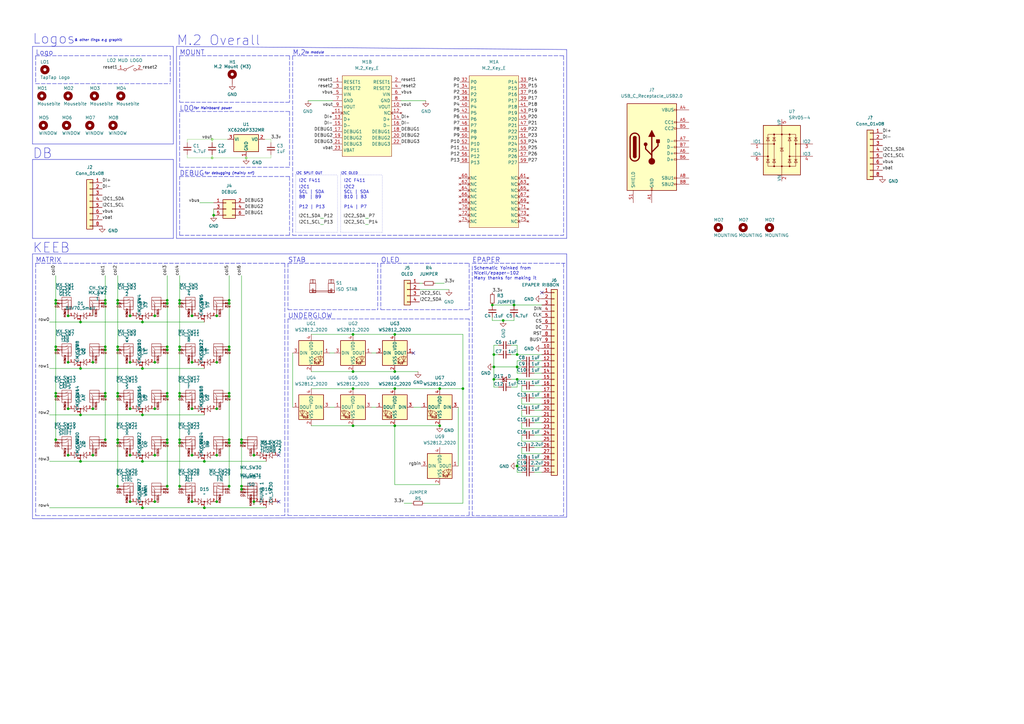
<source format=kicad_sch>
(kicad_sch (version 20211123) (generator eeschema)
  (paper "A3")
  (title_block (title "ISS: International Standard Split") (date "2022-03-25") (rev "1") (company "TapTap"))
  (junction (at 83.82 189.23))
  (junction (at 33.02 151.13))
  (junction (at 73.66 181.61))
  (junction (at 144.78 137.16))
  (junction (at 58.42 132.08))
  (junction (at 53.34 129.54))
  (junction (at 100.965 64.77) (diameter 0.9144) (color 141 210 114 1))
  (junction (at 48.26 142.24))
  (junction (at 104.14 205.74))
  (junction (at 161.925 152.4))
  (junction (at 63.5 129.54))
  (junction (at 33.02 170.18))
  (junction (at 201.93 125.095))
  (junction (at 68.58 162.56))
  (junction (at 93.98 181.61))
  (junction (at 48.26 199.39))
  (junction (at 212.09 191.135))
  (junction (at 68.58 161.29))
  (junction (at 73.66 124.46))
  (junction (at 63.5 205.74))
  (junction (at 58.42 189.23))
  (junction (at 73.66 162.56))
  (junction (at 93.98 143.51))
  (junction (at 33.02 132.08))
  (junction (at 48.26 181.61))
  (junction (at 93.98 161.29))
  (junction (at 202.565 150.495))
  (junction (at 33.02 189.23))
  (junction (at 87.63 88.265))
  (junction (at 38.1 148.59))
  (junction (at 88.9 148.59))
  (junction (at 93.98 123.19))
  (junction (at 93.98 180.34))
  (junction (at 86.995 57.15) (diameter 0.9144) (color 141 210 114 1))
  (junction (at 93.98 199.39))
  (junction (at 73.66 123.19))
  (junction (at 63.5 167.64))
  (junction (at 104.14 186.69))
  (junction (at 22.86 143.51))
  (junction (at 180.34 174.625))
  (junction (at 73.66 180.34))
  (junction (at 53.34 205.74))
  (junction (at 27.94 186.69))
  (junction (at 99.06 180.34))
  (junction (at 144.78 152.4))
  (junction (at 48.26 123.19))
  (junction (at 93.98 142.24))
  (junction (at 86.995 64.77) (diameter 0.9144) (color 141 210 114 1))
  (junction (at 22.86 123.19))
  (junction (at 48.26 161.29))
  (junction (at 27.94 167.64))
  (junction (at 22.86 180.34))
  (junction (at 83.82 208.28))
  (junction (at 43.18 142.24))
  (junction (at 68.58 142.24))
  (junction (at 58.42 208.28))
  (junction (at 68.58 199.39))
  (junction (at 88.9 205.74))
  (junction (at 180.34 159.385))
  (junction (at 210.82 125.095))
  (junction (at 161.925 174.625))
  (junction (at 189.865 159.385))
  (junction (at 202.565 155.575))
  (junction (at 78.74 167.64))
  (junction (at 63.5 148.59))
  (junction (at 48.26 143.51))
  (junction (at 73.66 143.51))
  (junction (at 63.5 186.69))
  (junction (at 144.78 174.625))
  (junction (at 48.26 124.46))
  (junction (at 73.66 161.29))
  (junction (at 53.34 148.59))
  (junction (at 38.1 167.64))
  (junction (at 99.06 199.39))
  (junction (at 206.375 131.445))
  (junction (at 212.09 150.495))
  (junction (at 144.78 159.385))
  (junction (at 88.9 129.54))
  (junction (at 68.58 180.34))
  (junction (at 78.74 148.59))
  (junction (at 68.58 181.61))
  (junction (at 43.18 143.51))
  (junction (at 48.26 162.56))
  (junction (at 73.66 199.39))
  (junction (at 27.94 129.54))
  (junction (at 38.1 186.69))
  (junction (at 22.86 124.46))
  (junction (at 73.66 142.24))
  (junction (at 27.94 148.59))
  (junction (at 78.74 205.74))
  (junction (at 78.74 186.69))
  (junction (at 161.925 159.385))
  (junction (at 212.09 155.575))
  (junction (at 78.74 129.54))
  (junction (at 53.34 167.64))
  (junction (at 22.86 161.29))
  (junction (at 22.86 162.56))
  (junction (at 99.06 181.61))
  (junction (at 68.58 123.19))
  (junction (at 43.18 180.34))
  (junction (at 93.98 162.56))
  (junction (at 43.18 124.46))
  (junction (at 58.42 170.18))
  (junction (at 212.09 145.415))
  (junction (at 58.42 151.13))
  (junction (at 93.98 124.46))
  (junction (at 48.26 180.34))
  (junction (at 99.06 200.66))
  (junction (at 43.18 123.19))
  (junction (at 202.565 145.415))
  (junction (at 68.58 124.46))
  (junction (at 88.9 167.64))
  (junction (at 88.9 186.69))
  (junction (at 43.18 161.29))
  (junction (at 161.925 137.16))
  (junction (at 68.58 143.51))
  (junction (at 53.34 186.69))
  (junction (at 22.86 142.24))
  (junction (at 43.18 162.56))
  (no_connect (at 169.545 144.78))
  (no_connect (at 222.25 120.015))
  (no_connect (at 114.3 205.74))
  (no_connect (at 114.3 186.69))
  (polyline (pts (xy 73.66 22.86) (xy 73.66 41.91)))
  (wire (pts (xy 202.565 155.575) (xy 204.47 155.575)))
  (wire (pts (xy 222.25 150.495) (xy 219.075 150.495)))
  (wire (pts (xy 20.32 189.23) (xy 33.02 189.23)))
  (wire (pts (xy 144.78 159.385) (xy 161.925 159.385)))
  (wire (pts (xy 152.4 144.78) (xy 154.305 144.78)))
  (polyline (pts (xy 118.745 68.58) (xy 73.66 68.58)))
  (polyline (pts (xy 118.745 96.52) (xy 73.66 96.52)))
  (wire (pts (xy 88.9 185.42) (xy 88.9 186.69)))
  (wire (pts (xy 48.26 143.51) (xy 48.26 161.29)))
  (wire (pts (xy 86.995 64.77) (xy 100.965 64.77)) (stroke (width 0) (color 141 210 114 1)))
  (polyline (pts (xy 156.21 107.95) (xy 192.405 107.95)))
  (wire (pts (xy 33.02 170.18) (xy 58.42 170.18)))
  (wire (pts (xy 172.085 116.205) (xy 173.355 116.205)))
  (polyline (pts (xy 73.66 68.58) (xy 73.66 45.72)))
  (polyline (pts (xy 69.85 22.86) (xy 69.85 34.29)))
  (wire (pts (xy 73.66 180.34) (xy 73.66 181.61)))
  (wire (pts (xy 86.995 57.15) (xy 93.345 57.15)) (stroke (width 0) (color 141 210 114 1)))
  (polyline (pts (xy 14.605 22.86) (xy 69.85 22.86)))
  (wire (pts (xy 43.18 113.03) (xy 43.18 123.19)))
  (wire (pts (xy 212.09 141.605) (xy 212.09 145.415)))
  (polyline (pts (xy 192.405 130.81) (xy 118.11 130.81)))
  (wire (pts (xy 68.58 113.03) (xy 68.58 123.19)))
  (polyline (pts (xy 156.21 107.95) (xy 156.21 127)))
  (wire (pts (xy 104.14 185.42) (xy 104.14 186.69)))
  (wire (pts (xy 213.995 193.675) (xy 212.09 193.675)))
  (wire (pts (xy 202.565 158.75) (xy 202.565 155.575)))
  (wire (pts (xy 43.18 162.56) (xy 43.18 180.34)))
  (wire (pts (xy 210.82 131.445) (xy 210.82 130.175)))
  (wire (pts (xy 209.55 158.75) (xy 212.09 158.75)))
  (polyline (pts (xy 156.21 127) (xy 192.405 127)))
  (wire (pts (xy 63.5 147.32) (xy 63.5 148.59)))
  (wire (pts (xy 93.98 162.56) (xy 93.98 180.34)))
  (polyline (pts (xy 71.12 19.05) (xy 71.12 59.055)) (stroke (width 0) (type solid)))
  (wire (pts (xy 22.86 113.03) (xy 22.86 123.19)))
  (polyline (pts (xy 13.335 212.725) (xy 13.335 104.14)) (stroke (width 0) (type solid)))
  (polyline (pts (xy 193.675 211.455) (xy 193.675 108.585)))
  (wire (pts (xy 178.435 116.205) (xy 182.245 116.205)))
  (polyline (pts (xy 139.7 95.25) (xy 156.845 95.25)) (stroke (width 0) (type dot)))
  (wire (pts (xy 38.1 147.32) (xy 38.1 148.59)))
  (polyline (pts (xy 72.39 19.05) (xy 232.41 20.32)) (stroke (width 0) (type solid)))
  (wire (pts (xy 212.09 193.675) (xy 212.09 191.135)))
  (polyline (pts (xy 72.39 19.05) (xy 72.39 97.79)) (stroke (width 0) (type solid)))
  (wire (pts (xy 73.66 162.56) (xy 73.66 180.34)))
  (wire (pts (xy 68.58 162.56) (xy 68.58 180.34)))
  (wire (pts (xy 22.86 161.29) (xy 22.86 162.56)))
  (wire (pts (xy 219.075 153.035) (xy 222.25 153.035)))
  (wire (pts (xy 213.995 170.815) (xy 222.25 170.815)))
  (polyline (pts (xy 192.405 211.455) (xy 192.405 130.81)))
  (polyline (pts (xy 14.605 22.86) (xy 14.605 34.29)))
  (polyline (pts (xy 73.66 45.72) (xy 118.745 45.72)))
  (wire (pts (xy 131.445 89.535) (xy 132.715 89.535)))
  (wire (pts (xy 99.06 180.34) (xy 99.06 181.61)))
  (wire (pts (xy 99.06 200.66) (xy 99.06 201.93)))
  (wire (pts (xy 58.42 189.23) (xy 83.82 189.23)))
  (wire (pts (xy 222.25 188.595) (xy 219.075 188.595)))
  (wire (pts (xy 222.25 191.135) (xy 219.075 191.135)))
  (wire (pts (xy 73.66 181.61) (xy 73.66 199.39)))
  (wire (pts (xy 109.22 208.28) (xy 83.82 208.28)))
  (wire (pts (xy 213.995 150.495) (xy 212.09 150.495)))
  (wire (pts (xy 93.98 123.19) (xy 93.98 124.46)))
  (wire (pts (xy 38.1 128.27) (xy 38.1 129.54)))
  (wire (pts (xy 202.565 141.605) (xy 202.565 145.415)))
  (wire (pts (xy 213.995 186.055) (xy 222.25 186.055)))
  (polyline (pts (xy 121.285 95.25) (xy 138.43 95.25)) (stroke (width 0) (type dot)))
  (wire (pts (xy 53.34 147.32) (xy 53.34 148.59)))
  (polyline (pts (xy 14.605 34.29) (xy 69.85 34.29)))
  (wire (pts (xy 93.98 161.29) (xy 93.98 162.56)))
  (wire (pts (xy 63.5 128.27) (xy 63.5 129.54)))
  (wire (pts (xy 78.74 185.42) (xy 78.74 186.69)))
  (wire (pts (xy 33.02 132.08) (xy 20.32 132.08)))
  (polyline (pts (xy 73.66 72.39) (xy 118.745 72.39)))
  (polyline (pts (xy 121.285 71.755) (xy 138.43 71.755)) (stroke (width 0) (type dot)))
  (polyline (pts (xy 156.845 95.25) (xy 156.845 71.755)) (stroke (width 0) (type dot)))
  (wire (pts (xy 135.255 144.78) (xy 137.16 144.78)))
  (wire (pts (xy 73.66 142.24) (xy 73.66 143.51)))
  (wire (pts (xy 127.635 159.385) (xy 144.78 159.385)))
  (wire (pts (xy 87.63 83.185) (xy 81.915 83.185)))
  (wire (pts (xy 212.09 145.415) (xy 222.25 145.415)))
  (polyline (pts (xy 231.14 211.455) (xy 193.675 211.455)))
  (wire (pts (xy 213.995 180.975) (xy 222.25 180.975)))
  (wire (pts (xy 161.925 137.16) (xy 189.865 137.16)))
  (wire (pts (xy 213.995 163.195) (xy 213.995 165.735)))
  (wire (pts (xy 149.86 92.075) (xy 151.13 92.075)))
  (polyline (pts (xy 139.7 71.755) (xy 139.7 95.25)) (stroke (width 0) (type dot)))
  (wire (pts (xy 212.09 155.575) (xy 209.55 155.575)))
  (wire (pts (xy 213.995 175.895) (xy 222.25 175.895)))
  (wire (pts (xy 22.86 143.51) (xy 22.86 161.29)))
  (wire (pts (xy 187.96 167.005) (xy 187.96 191.135)))
  (wire (pts (xy 222.25 163.195) (xy 219.075 163.195)))
  (wire (pts (xy 204.47 158.75) (xy 202.565 158.75)))
  (wire (pts (xy 53.34 128.27) (xy 53.34 129.54)))
  (wire (pts (xy 111.125 58.42) (xy 111.125 57.15)) (stroke (width 0) (color 141 210 114 1)))
  (polyline (pts (xy 154.94 107.95) (xy 154.94 127)))
  (wire (pts (xy 212.09 188.595) (xy 213.995 188.595)))
  (wire (pts (xy 206.375 131.445) (xy 210.82 131.445)))
  (wire (pts (xy 33.02 132.08) (xy 58.42 132.08)))
  (wire (pts (xy 22.86 180.34) (xy 22.86 181.61)))
  (polyline (pts (xy 71.12 97.79) (xy 13.335 97.79)) (stroke (width 0) (type solid)))
  (wire (pts (xy 213.995 160.655) (xy 222.25 160.655)))
  (wire (pts (xy 68.58 124.46) (xy 68.58 142.24)))
  (polyline (pts (xy 120.015 22.86) (xy 120.015 96.52)))
  (wire (pts (xy 212.09 147.955) (xy 212.09 150.495)))
  (wire (pts (xy 33.02 170.18) (xy 20.32 170.18)))
  (wire (pts (xy 83.82 208.28) (xy 58.42 208.28)))
  (wire (pts (xy 53.34 166.37) (xy 53.34 167.64)))
  (wire (pts (xy 43.18 124.46) (xy 43.18 142.24)))
  (wire (pts (xy 222.25 158.115) (xy 219.075 158.115)))
  (wire (pts (xy 48.26 161.29) (xy 48.26 162.56)))
  (polyline (pts (xy 232.41 104.14) (xy 232.41 212.09)) (stroke (width 0) (type solid)))
  (wire (pts (xy 99.06 199.39) (xy 99.06 200.66)))
  (wire (pts (xy 68.58 181.61) (xy 68.58 199.39)))
  (wire (pts (xy 180.34 198.755) (xy 161.925 198.755)))
  (polyline (pts (xy 120.015 96.52) (xy 231.14 96.52)))
  (wire (pts (xy 189.865 159.385) (xy 189.865 206.375)))
  (wire (pts (xy 173.99 206.375) (xy 189.865 206.375)))
  (polyline (pts (xy 116.84 107.95) (xy 116.84 211.455)))
  (wire (pts (xy 48.26 123.19) (xy 48.26 124.46)))
  (wire (pts (xy 73.66 161.29) (xy 73.66 162.56)))
  (wire (pts (xy 88.9 128.27) (xy 88.9 129.54)))
  (wire (pts (xy 43.18 161.29) (xy 43.18 162.56)))
  (wire (pts (xy 201.93 130.175) (xy 201.93 131.445)))
  (wire (pts (xy 33.02 151.13) (xy 20.32 151.13)))
  (wire (pts (xy 48.26 162.56) (xy 48.26 180.34)))
  (polyline (pts (xy 13.335 97.79) (xy 13.335 65.405)) (stroke (width 0) (type solid)))
  (wire (pts (xy 100.965 64.77) (xy 111.125 64.77)) (stroke (width 0) (color 141 210 114 1)))
  (polyline (pts (xy 13.335 19.05) (xy 71.12 19.05)) (stroke (width 0) (type solid)))
  (wire (pts (xy 127.635 137.16) (xy 144.78 137.16)))
  (wire (pts (xy 144.78 137.16) (xy 161.925 137.16)))
  (polyline (pts (xy 118.745 45.72) (xy 118.745 68.58)))
  (wire (pts (xy 169.545 167.005) (xy 172.72 167.005)))
  (wire (pts (xy 93.98 113.03) (xy 93.98 123.19)))
  (wire (pts (xy 48.26 113.03) (xy 48.26 123.19)))
  (wire (pts (xy 33.02 151.13) (xy 58.42 151.13)))
  (wire (pts (xy 202.565 145.415) (xy 202.565 150.495)))
  (polyline (pts (xy 121.285 71.755) (xy 121.285 95.25)) (stroke (width 0) (type dot)))
  (wire (pts (xy 201.93 131.445) (xy 206.375 131.445)))
  (polyline (pts (xy 13.335 104.14) (xy 232.41 104.14)) (stroke (width 0) (type solid)))
  (wire (pts (xy 43.18 143.51) (xy 43.18 161.29)))
  (wire (pts (xy 210.82 125.095) (xy 222.25 125.095)))
  (wire (pts (xy 22.86 124.46) (xy 22.86 142.24)))
  (polyline (pts (xy 193.675 107.95) (xy 231.775 107.95)))
  (wire (pts (xy 201.93 125.095) (xy 210.82 125.095)))
  (polyline (pts (xy 73.66 41.91) (xy 118.745 41.91)))
  (wire (pts (xy 168.91 206.375) (xy 165.735 206.375)))
  (polyline (pts (xy 118.11 211.455) (xy 192.405 211.455)))
  (wire (pts (xy 76.835 57.15) (xy 86.995 57.15)) (stroke (width 0) (color 141 210 114 1)))
  (wire (pts (xy 204.47 145.415) (xy 202.565 145.415)))
  (wire (pts (xy 58.42 208.28) (xy 20.32 208.28)))
  (wire (pts (xy 131.445 92.075) (xy 132.715 92.075)))
  (wire (pts (xy 212.09 150.495) (xy 212.09 153.035)))
  (wire (pts (xy 48.26 181.61) (xy 48.26 199.39)))
  (wire (pts (xy 212.09 158.75) (xy 212.09 155.575)))
  (wire (pts (xy 222.25 168.275) (xy 219.075 168.275)))
  (wire (pts (xy 213.995 147.955) (xy 212.09 147.955)))
  (wire (pts (xy 48.26 199.39) (xy 48.26 200.66)))
  (wire (pts (xy 222.25 155.575) (xy 212.09 155.575)))
  (wire (pts (xy 172.085 118.745) (xy 184.15 118.745)))
  (wire (pts (xy 78.74 204.47) (xy 78.74 205.74)))
  (wire (pts (xy 108.585 57.15) (xy 111.125 57.15)) (stroke (width 0) (color 141 210 114 1)))
  (wire (pts (xy 212.09 191.135) (xy 212.09 188.595)))
  (wire (pts (xy 48.26 124.46) (xy 48.26 142.24)))
  (wire (pts (xy 161.925 152.4) (xy 171.45 152.4)))
  (polyline (pts (xy 231.14 22.86) (xy 120.015 22.86)))
  (wire (pts (xy 222.25 178.435) (xy 219.075 178.435)))
  (wire (pts (xy 86.995 58.42) (xy 86.995 57.15)) (stroke (width 0) (color 141 210 114 1)))
  (wire (pts (xy 76.835 58.42) (xy 76.835 57.15)) (stroke (width 0) (color 141 210 114 1)))
  (wire (pts (xy 202.565 150.495) (xy 202.565 155.575)))
  (wire (pts (xy 78.74 147.32) (xy 78.74 148.59)))
  (wire (pts (xy 73.66 123.19) (xy 73.66 124.46)))
  (wire (pts (xy 213.995 178.435) (xy 213.995 180.975)))
  (wire (pts (xy 93.98 124.46) (xy 93.98 142.24)))
  (polyline (pts (xy 192.405 107.95) (xy 192.405 127)))
  (wire (pts (xy 93.98 181.61) (xy 93.98 199.39)))
  (wire (pts (xy 204.47 141.605) (xy 202.565 141.605)))
  (wire (pts (xy 73.66 143.51) (xy 73.66 161.29)))
  (wire (pts (xy 209.55 141.605) (xy 212.09 141.605)))
  (polyline (pts (xy 118.11 127) (xy 154.94 127)))
  (wire (pts (xy 76.835 64.77) (xy 86.995 64.77)) (stroke (width 0) (color 141 210 114 1)))
  (wire (pts (xy 213.995 173.355) (xy 213.995 175.895)))
  (wire (pts (xy 149.86 89.535) (xy 151.13 89.535)))
  (wire (pts (xy 127.635 152.4) (xy 144.78 152.4)))
  (wire (pts (xy 87.63 85.725) (xy 87.63 88.265)))
  (wire (pts (xy 88.9 166.37) (xy 88.9 167.64)))
  (polyline (pts (xy 71.12 59.055) (xy 13.335 59.055)) (stroke (width 0) (type solid)))
  (wire (pts (xy 48.26 142.24) (xy 48.26 143.51)))
  (wire (pts (xy 43.18 180.34) (xy 43.18 181.61)))
  (wire (pts (xy 73.66 124.46) (xy 73.66 142.24)))
  (polyline (pts (xy 118.11 130.81) (xy 118.11 211.455)))
  (polyline (pts (xy 13.335 59.055) (xy 13.335 19.05)) (stroke (width 0) (type solid)))
  (wire (pts (xy 93.98 180.34) (xy 93.98 181.61)))
  (wire (pts (xy 68.58 161.29) (xy 68.58 162.56)))
  (wire (pts (xy 58.42 170.18) (xy 83.82 170.18)))
  (wire (pts (xy 88.9 147.32) (xy 88.9 148.59)))
  (wire (pts (xy 27.94 128.27) (xy 27.94 129.54)))
  (wire (pts (xy 93.98 199.39) (xy 93.98 200.66)))
  (wire (pts (xy 68.58 123.19) (xy 68.58 124.46)))
  (wire (pts (xy 27.94 166.37) (xy 27.94 167.64)))
  (wire (pts (xy 63.5 204.47) (xy 63.5 205.74)))
  (polyline (pts (xy 118.745 72.39) (xy 118.745 96.52)))
  (wire (pts (xy 161.925 174.625) (xy 180.34 174.625)))
  (wire (pts (xy 63.5 185.42) (xy 63.5 186.69)))
  (wire (pts (xy 27.94 147.32) (xy 27.94 148.59)))
  (wire (pts (xy 152.4 167.005) (xy 154.305 167.005)))
  (wire (pts (xy 68.58 199.39) (xy 68.58 200.66)))
  (wire (pts (xy 68.58 180.34) (xy 68.58 181.61)))
  (wire (pts (xy 213.995 168.275) (xy 213.995 170.815)))
  (polyline (pts (xy 72.39 97.79) (xy 232.41 97.79)) (stroke (width 0) (type solid)))
  (wire (pts (xy 222.25 147.955) (xy 219.075 147.955)))
  (wire (pts (xy 53.34 185.42) (xy 53.34 186.69)))
  (wire (pts (xy 212.09 150.495) (xy 202.565 150.495)))
  (wire (pts (xy 93.98 143.51) (xy 93.98 161.29)))
  (wire (pts (xy 43.18 142.24) (xy 43.18 143.51)))
  (wire (pts (xy 83.82 189.23) (xy 109.22 189.23)))
  (wire (pts (xy 68.58 143.51) (xy 68.58 161.29)))
  (wire (pts (xy 22.86 162.56) (xy 22.86 180.34)))
  (wire (pts (xy 88.9 204.47) (xy 88.9 205.74)))
  (wire (pts (xy 99.06 181.61) (xy 99.06 199.39)))
  (wire (pts (xy 73.66 113.03) (xy 73.66 123.19)))
  (wire (pts (xy 38.1 185.42) (xy 38.1 186.69)))
  (wire (pts (xy 22.86 142.24) (xy 22.86 143.51)))
  (polyline (pts (xy 71.12 65.405) (xy 71.12 97.79)) (stroke (width 0) (type solid)))
  (wire (pts (xy 78.74 128.27) (xy 78.74 129.54)))
  (wire (pts (xy 144.78 152.4) (xy 161.925 152.4)))
  (wire (pts (xy 164.465 41.275) (xy 174.625 41.275)))
  (wire (pts (xy 126.365 41.275) (xy 136.525 41.275)))
  (wire (pts (xy 127.635 174.625) (xy 144.78 174.625)))
  (wire (pts (xy 209.55 145.415) (xy 212.09 145.415)))
  (polyline (pts (xy 118.745 22.86) (xy 118.745 41.91)))
  (wire (pts (xy 104.14 204.47) (xy 104.14 205.74)))
  (wire (pts (xy 78.74 166.37) (xy 78.74 167.64)))
  (wire (pts (xy 99.06 113.03) (xy 99.06 180.34)))
  (wire (pts (xy 135.255 167.005) (xy 137.16 167.005)))
  (polyline (pts (xy 232.41 212.09) (xy 13.335 212.725)) (stroke (width 0) (type solid)))
  (wire (pts (xy 212.09 153.035) (xy 213.995 153.035)))
  (polyline (pts (xy 14.605 107.95) (xy 14.605 211.455)))
  (wire (pts (xy 86.995 63.5) (xy 86.995 64.77)) (stroke (width 0) (color 141 210 114 1)))
  (polyline (pts (xy 118.11 107.95) (xy 154.94 107.95)))
  (wire (pts (xy 222.25 183.515) (xy 219.075 183.515)))
  (polyline (pts (xy 13.335 65.405) (xy 71.12 65.405)) (stroke (width 0) (type solid)))
  (wire (pts (xy 76.835 63.5) (xy 76.835 64.77)) (stroke (width 0) (color 141 210 114 1)))
  (polyline (pts (xy 118.11 107.95) (xy 118.11 127)))
  (wire (pts (xy 144.78 174.625) (xy 161.925 174.625)))
  (wire (pts (xy 22.86 123.19) (xy 22.86 124.46)))
  (wire (pts (xy 213.995 165.735) (xy 222.25 165.735)))
  (wire (pts (xy 48.26 180.34) (xy 48.26 181.61)))
  (wire (pts (xy 43.18 123.19) (xy 43.18 124.46)))
  (wire (pts (xy 180.34 159.385) (xy 189.865 159.385)))
  (polyline (pts (xy 73.66 96.52) (xy 73.66 72.39)))
  (polyline (pts (xy 139.7 71.755) (xy 156.845 71.755)) (stroke (width 0) (type dot)))
  (wire (pts (xy 27.94 185.42) (xy 27.94 186.69)))
  (polyline (pts (xy 231.14 107.95) (xy 231.14 211.455)))
  (wire (pts (xy 73.66 199.39) (xy 73.66 200.66)))
  (polyline (pts (xy 232.41 20.32) (xy 232.41 97.79)) (stroke (width 0) (type solid)))
  (wire (pts (xy 213.995 183.515) (xy 213.995 186.055)))
  (wire (pts (xy 111.125 63.5) (xy 111.125 64.77)) (stroke (width 0) (color 141 210 114 1)))
  (wire (pts (xy 53.34 204.47) (xy 53.34 205.74)))
  (wire (pts (xy 104.14 205.74) (xy 104.14 207.01)))
  (polyline (pts (xy 138.43 95.25) (xy 138.43 71.755)) (stroke (width 0) (type dot)))
  (polyline (pts (xy 118.745 22.86) (xy 73.66 22.86)))
  (wire (pts (xy 93.98 142.24) (xy 93.98 143.51)))
  (wire (pts (xy 222.25 173.355) (xy 219.075 173.355)))
  (wire (pts (xy 58.42 132.08) (xy 83.82 132.08)))
  (wire (pts (xy 38.1 166.37) (xy 38.1 167.64)))
  (wire (pts (xy 189.865 159.385) (xy 189.865 137.16)))
  (polyline (pts (xy 14.605 107.95) (xy 116.84 107.95)))
  (wire (pts (xy 161.925 159.385) (xy 180.34 159.385)))
  (polyline (pts (xy 231.14 22.86) (xy 231.14 96.52)))
  (wire (pts (xy 213.995 191.135) (xy 212.09 191.135)))
  (wire (pts (xy 213.995 158.115) (xy 213.995 160.655)))
  (wire (pts (xy 161.925 174.625) (xy 161.925 198.755)))
  (wire (pts (xy 222.25 193.675) (xy 219.075 193.675)))
  (wire (pts (xy 68.58 142.24) (xy 68.58 143.51)))
  (wire (pts (xy 58.42 151.13) (xy 83.82 151.13)))
  (polyline (pts (xy 14.605 211.455) (xy 116.84 211.455)))
  (wire (pts (xy 120.015 144.78) (xy 120.015 167.005)))
  (wire (pts (xy 33.02 189.23) (xy 58.42 189.23)))
  (wire (pts (xy 63.5 166.37) (xy 63.5 167.64)))
  (text "Logos\n" (at 13.335 18.415 0) (effects (font (size 4 4)) (justify left bottom)))
  (text "I2C F411" (at 140.97 74.93 0) (effects (font (size 1.27 1.27)) (justify left bottom)))
  (text "KEEB" (at 13.335 104.14 0) (effects (font (size 4 4)) (justify left bottom)))
  (text "M.2 Overall" (at 72.39 19.05 0) (effects (font (size 4 4)) (justify left bottom)))
  (text "I2C F411" (at 122.555 74.93 0) (effects (font (size 1.27 1.27)) (justify left bottom)))
  (text "for Mainboard power" (at 79.375 45.085 0) (effects (font (size 1 1) italic) (justify left bottom)))
  (text "& other tings e.g graphic" (at 30.48 17.145 0) (effects (font (size 1 1) italic) (justify left bottom)))
  (text "I2C2\nSCL | SDA\nB10 | B3\n\nP14 | P7" (at 140.97 85.725 0) (effects (font (size 1.27 1.27)) (justify left bottom)))
  (text "MATRIX" (at 14.605 107.95 0) (effects (font (size 2 2)) (justify left bottom)))
  (text "for debugging (mainly nrf)" (at 83.82 71.755 0) (effects (font (size 1 1) italic) (justify left bottom)))
  (text "OLED" (at 156.21 107.95 0) (effects (font (size 2 2)) (justify left bottom)))
  (text "I2C OLED" (at 139.7 71.755 0) (effects (font (size 1 1)) (justify left bottom)))
  (text "M.2" (at 120.015 22.86 0) (effects (font (size 2 2)) (justify left bottom)))
  (text "I2C SPLIT OUT" (at 121.285 71.755 0) (effects (font (size 1 1)) (justify left bottom)))
  (text "I2C1\nSCL | SDA\nB8  | B9\n\nP12 | P13" (at 122.555 85.725 0) (effects (font (size 1.27 1.27)) (justify left bottom)))
  (text "DEBUG" (at 73.66 72.39 0) (effects (font (size 2 2)) (justify left bottom)))
  (text "STAB" (at 118.11 107.95 0) (effects (font (size 2 2)) (justify left bottom)))
  (text "MOUNT" (at 73.66 22.86 0) (effects (font (size 2 2)) (justify left bottom)))
  (text "LDO" (at 73.66 45.72 0) (effects (font (size 2 2)) (justify left bottom)))
  (text "to module" (at 125.095 22.225 0) (effects (font (size 1 1) italic) (justify left bottom)))
  (text "Logo" (at 14.605 22.86 0) (effects (font (size 2 2)) (justify left bottom)))
  (text "Schematic Yoinked from\nNicell/epaper-102\nMany thanks for making it" (at 194.31 114.935 0) (effects (font (size 1.27 1.27)) (justify left bottom)))
  (text "DB" (at 13.335 65.405 0) (effects (font (size 4 4)) (justify left bottom)))
  (text "UNDERGLOW" (at 118.11 130.81 0) (effects (font (size 2 2)) (justify left bottom)))
  (text "EPAPER" (at 193.675 107.95 0) (effects (font (size 2 2)) (justify left bottom)))
  (label "vbat" (at 136.525 61.595 180))
  (label "P7" (at 151.13 89.535 0))
  (label "DEBUG1" (at 100.33 88.265 0))
  (label "row2" (at 20.32 170.18 180))
  (label "DI+" (at 361.95 54.61 0))
  (label "vout" (at 86.995 57.15 180))
  (label "3.3v" (at 182.245 116.205 0))
  (label "P3" (at 188.595 41.275 180))
  (label "P26" (at 216.535 64.135 0))
  (label "DEBUG1" (at 136.525 53.975 180))
  (label "3.3v" (at 201.93 120.015 0))
  (label "P6" (at 188.595 48.895 180))
  (label "DEBUG3" (at 164.465 59.055 0))
  (label "P13" (at 132.715 92.075 0))
  (label "DIN" (at 222.25 127.635 180))
  (label "col3" (at 68.58 113.03 90))
  (label "RST" (at 222.25 137.795 180))
  (label "P9" (at 188.595 56.515 180))
  (label "3.3v" (at 165.735 206.375 180))
  (label "I2C2_SDA" (at 172.085 123.825 0))
  (label "DI+" (at 136.525 48.895 180))
  (label "reset2" (at 164.465 36.195 0))
  (label "row4" (at 20.32 208.28 180))
  (label "P13" (at 188.595 66.675 180))
  (label "I2C1_SDA" (at 131.445 89.535 180))
  (label "DI+" (at 41.91 74.93 0))
  (label "P0" (at 188.595 33.655 180))
  (label "col6" (at 99.06 113.03 90))
  (label "P10" (at 188.595 59.055 180))
  (label "DEBUG3" (at 100.33 83.185 0))
  (label "row0" (at 20.32 132.08 180))
  (label "vbat" (at 361.95 69.85 0))
  (label "col2" (at 48.26 113.03 90))
  (label "P12" (at 132.715 89.535 0))
  (label "DEBUG2" (at 100.33 85.725 0))
  (label "vbus" (at 361.95 67.31 0))
  (label "CS" (at 222.25 132.715 180))
  (label "3.3v" (at 111.125 57.15 0))
  (label "BUSY" (at 222.25 140.335 180))
  (label "P27" (at 216.535 66.675 0))
  (label "DI-" (at 136.525 51.435 180))
  (label "reset1" (at 48.26 28.575 180))
  (label "P20" (at 216.535 48.895 0))
  (label "I2C1_SCL" (at 41.91 85.09 0))
  (label "vbat" (at 41.91 90.17 0))
  (label "P4" (at 188.595 43.815 180))
  (label "DEBUG3" (at 136.525 59.055 180))
  (label "P12" (at 188.595 64.135 180))
  (label "P19" (at 216.535 46.355 0))
  (label "I2C2_SCL" (at 149.86 92.075 180))
  (label "row1" (at 20.32 151.13 180))
  (label "col5" (at 93.98 113.03 90))
  (label "DEBUG2" (at 164.465 56.515 0))
  (label "vbus" (at 81.915 83.185 180))
  (label "P21" (at 216.535 51.435 0))
  (label "P14" (at 216.535 33.655 0))
  (label "reset2" (at 58.42 28.575 0))
  (label "DI-" (at 164.465 51.435 0))
  (label "P18" (at 216.535 43.815 0))
  (label "P17" (at 216.535 41.275 0))
  (label "CLK" (at 222.25 130.175 180))
  (label "vbus" (at 164.465 38.735 0))
  (label "reset1" (at 136.525 33.655 180))
  (label "P8" (at 188.595 53.975 180))
  (label "P24" (at 216.535 59.055 0))
  (label "P22" (at 216.535 53.975 0))
  (label "row3" (at 20.32 189.23 180))
  (label "P7" (at 188.595 51.435 180))
  (label "DC" (at 222.25 135.255 180))
  (label "I2C1_SCL" (at 361.95 64.77 0))
  (label "DI+" (at 164.465 48.895 0))
  (label "col4" (at 73.66 113.03 90))
  (label "col1" (at 43.18 113.03 90))
  (label "P14" (at 151.13 92.075 0))
  (label "I2C1_SCL" (at 131.445 92.075 180))
  (label "P25" (at 216.535 61.595 0))
  (label "P11" (at 188.595 61.595 180))
  (label "vout" (at 164.465 43.815 0))
  (label "I2C1_SDA" (at 361.95 62.23 0))
  (label "vout" (at 136.525 43.815 180))
  (label "reset1" (at 164.465 33.655 0))
  (label "col0" (at 22.86 113.03 90))
  (label "DI-" (at 41.91 77.47 0))
  (label "I2C1_SDA" (at 41.91 82.55 0))
  (label "P16" (at 216.535 38.735 0))
  (label "DEBUG1" (at 164.465 53.975 0))
  (label "I2C2_SCL" (at 172.085 121.285 0))
  (label "rgbin" (at 172.72 191.135 180))
  (label "reset2" (at 136.525 36.195 180))
  (label "P1" (at 188.595 36.195 180))
  (label "vbus" (at 136.525 38.735 180))
  (label "P23" (at 216.535 56.515 0))
  (label "I2C2_SDA" (at 149.86 89.535 180))
  (label "vbus" (at 41.91 87.63 0))
  (label "DEBUG2" (at 136.525 56.515 180))
  (label "P2" (at 188.595 38.735 180))
  (label "DI-" (at 361.95 57.15 0))
  (label "P5" (at 188.595 46.355 180))
  (label "P15" (at 216.535 36.195 0))
  (symbol (lib_id "Mechanical:MountingHole") (at 27.305 51.435 0) (unit 1)
    (property "Reference" "MO6" (at 25.4 48.26 0) (effects (justify left)))
    (property "Value" "WINDOW" (at 25.4 54.61 0) (effects (justify left)))
    (property "Footprint" "MountingHole:MountingHole_2.2mm_M2_Pad" (effects hide))
  )
  (symbol (lib_id "Connector_Generic:Conn_02x03_Odd_Even") (at 92.71 85.725 0) (unit 1)
    (property "Reference" "J4" (at 93.98 76.2 0))
    (property "Value" "DEBUG" (at 93.98 78.74 0))
    (property "Footprint" "Connector_PinSocket_2.54mm:PinSocket_2x03_P2.54mm_Vertical" (effects hide))
  )
  (symbol (lib_id "power:GND") (at 41.91 92.71 0) (unit 1)
    (property "Reference" "#PWR0101" (effects hide))
    (property "Value" "GND" (at 46.355 94.615 0))
  )
  (symbol (lib_id "MX_Alps_Hybrid:MX-NoLED") (at 52.07 125.73 0) (mirror y) (unit 1)
    (property "Reference" "CH_SW3" (at 52.07 118.11 0))
    (property "Value" "2" (at 52.07 120.65 0))
    (property "Footprint" "marbastlib-choc:SW_choc_HS_1u" (effects hide))
  )
  (symbol (lib_id "marbastlib-various:BAV70_Small") (at 58.42 186.69 0) (unit 1)
    (property "Reference" "D11" (at 58.42 181.61 0))
    (property "Value" "~" (at 58.42 183.515 0))
    (property "Footprint" "Package_TO_SOT_SMD:SOT-23" (effects hide))
    (property "Datasheet" "https://assets.nexperia.com/documents/data-sheet/BAV70_SER.pdf" (effects hide))
  )
  (symbol (lib_id "MX_Alps_Hybrid:MX-NoLED") (at 39.37 143.51 90) (mirror x) (unit 1)
    (property "Reference" "MX_SW8" (at 31.75 143.51 0))
    (property "Value" "Q" (at 34.29 143.51 0))
    (property "Footprint" "marbastlib-mx:SW_MX_HS_1u" (effects hide))
  )
  (symbol (lib_id "power:GND") (at 100.965 64.77 0) (unit 1)
    (property "Reference" "#PWR06" (effects hide))
    (property "Value" "GND" (at 105.41 66.675 0))
  )
  (symbol (lib_id "MX_Alps_Hybrid:MX-NoLED") (at 26.67 144.78 0) (mirror y) (unit 1)
    (property "Reference" "CH_SW7" (at 26.67 137.16 0))
    (property "Value" "TAB" (at 26.67 139.7 0))
    (property "Footprint" "marbastlib-choc:SW_choc_HS_1u" (effects hide))
  )
  (symbol (lib_id "power:GND") (at 87.63 88.265 0) (unit 1)
    (property "Reference" "#PWR010" (effects hide))
    (property "Value" "GND" (at 87.63 92.71 0))
  )
  (symbol (lib_id "Device:C_Small") (at 216.535 163.195 90) (unit 1)
    (property "Reference" "C13" (at 213.995 161.925 90))
    (property "Value" "1uF" (at 219.71 161.925 90))
    (property "Footprint" "Capacitor_SMD:C_0402_1005Metric" (effects hide))
    (property "LCSC" "C52923" (effects hide))
  )
  (symbol (lib_id "marbastlib-various:WS2812_2020") (at 144.78 144.78 0) (unit 1)
    (property "Reference" "UG2" (at 144.78 132.715 0))
    (property "Value" "WS2812_2020" (at 144.78 135.255 0))
    (property "Footprint" "marbastlib-various:LED_WS2812_2020" (effects hide))
    (property "Datasheet" "https://www.world-semi.com/DownLoadFile/139" (effects hide))
  )
  (symbol (lib_id "MX_Alps_Hybrid:MX-NoLED") (at 39.37 125.73 90) (mirror x) (unit 1)
    (property "Reference" "CH_SW2" (at 40.3157 118.11 90))
    (property "Value" "1" (at 40.3157 120.65 90))
    (property "Footprint" "marbastlib-choc:SW_choc_HS_1u" (effects hide))
  )
  (symbol (lib_id "Device:R_Small") (at 201.93 122.555 180) (unit 1)
    (property "Reference" "R3" (at 203.835 121.2849 0) (effects (justify right)))
    (property "Value" "JUMPER" (at 203.835 123.8249 0) (effects (justify right)))
    (property "Footprint" "Resistor_SMD:R_0805_2012Metric" (effects hide))
  )
  (symbol (lib_name "M.2_Key_E_1") (lib_id "m2ngff:M.2_Key_E") (at 150.495 31.115 0) (unit 2)
    (property "Reference" "M1" (at 150.495 25.4 0))
    (property "Value" "M.2_Key_E" (at 150.495 27.94 0))
    (property "Footprint" "m2ngff:m2-bracket-key-e" (effects hide))
  )
  (symbol (lib_id "marbastlib-various:BAV70_Small") (at 83.82 129.54 0) (unit 1)
    (property "Reference" "D3" (at 83.82 124.46 0))
    (property "Value" "~" (at 83.82 126.365 0))
    (property "Footprint" "Package_TO_SOT_SMD:SOT-23" (effects hide))
    (property "Datasheet" "https://assets.nexperia.com/documents/data-sheet/BAV70_SER.pdf" (effects hide))
  )
  (symbol (lib_id "MX_Alps_Hybrid:MX-NoLED") (at 39.37 182.88 90) (mirror x) (unit 1)
    (property "Reference" "CH_SW20" (at 31.75 182.88 0))
    (property "Value" "Z" (at 34.29 182.88 0))
    (property "Footprint" "marbastlib-choc:SW_choc_HS_1u" (effects hide))
  )
  (symbol (lib_id "MX_Alps_Hybrid:MX-NoLED") (at 90.17 181.61 90) (mirror x) (unit 1)
    (property "Reference" "MX_SW24" (at 82.55 181.61 0))
    (property "Value" "B" (at 85.09 181.61 0))
    (property "Footprint" "marbastlib-mx:SW_MX_HS_1u" (effects hide))
  )
  (symbol (lib_id "marbastlib-various:WS2812_2020") (at 180.34 167.005 0) (mirror y) (unit 1)
    (property "Reference" "UG7" (at 180.34 154.94 0))
    (property "Value" "WS2812_2020" (at 180.34 157.48 0))
    (property "Footprint" "marbastlib-various:LED_WS2812_2020" (effects hide))
    (property "Datasheet" "https://www.world-semi.com/DownLoadFile/139" (effects hide))
  )
  (symbol (lib_id "marbastlib-various:WS2812_2020") (at 161.925 144.78 0) (unit 1)
    (property "Reference" "UG3" (at 161.925 132.715 0))
    (property "Value" "WS2812_2020" (at 161.925 135.255 0))
    (property "Footprint" "marbastlib-various:LED_WS2812_2020" (effects hide))
    (property "Datasheet" "https://www.world-semi.com/DownLoadFile/139" (effects hide))
  )
  (symbol (lib_id "MX_Alps_Hybrid:MX-NoLED") (at 26.67 124.46 0) (mirror y) (unit 1)
    (property "Reference" "MX_SW1" (at 26.67 116.84 0))
    (property "Value" "GESC" (at 26.67 119.38 0))
    (property "Footprint" "marbastlib-mx:SW_MX_HS_1u" (effects hide))
  )
  (symbol (lib_id "MX_Alps_Hybrid:MX-NoLED") (at 26.67 181.61 0) (mirror y) (unit 1)
    (property "Reference" "MX_SW19" (at 26.67 173.99 0))
    (property "Value" "SHIFT" (at 26.67 176.53 0))
    (property "Footprint" "marbastlib-mx:SW_MX_HS_1u" (effects hide))
  )
  (symbol (lib_id "Device:C_Small") (at 216.535 158.115 90) (unit 1)
    (property "Reference" "C11" (at 213.995 156.845 90))
    (property "Value" "1uF" (at 219.71 156.845 90))
    (property "Footprint" "Capacitor_SMD:C_0402_1005Metric" (effects hide))
    (property "LCSC" "C52923" (effects hide))
  )
  (symbol (lib_id "MX_Alps_Hybrid:MX-NoLED") (at 77.47 162.56 0) (mirror y) (unit 1)
    (property "Reference" "MX_SW17" (at 77.47 154.94 0))
    (property "Value" "F" (at 77.47 157.48 0))
    (property "Footprint" "marbastlib-mx:SW_MX_HS_1u" (effects hide))
  )
  (symbol (lib_id "power:GND") (at 180.34 174.625 0) (unit 1)
    (property "Reference" "#PWR019" (effects hide))
    (property "Value" "GND" (at 184.15 176.53 0))
  )
  (symbol (lib_id "power:GND") (at 212.09 191.135 270) (unit 1)
    (property "Reference" "#PWR018" (effects hide))
    (property "Value" "GND" (at 208.8388 191.262 90) (effects (justify right)))
  )
  (symbol (lib_id "MX_Alps_Hybrid:MX-NoLED") (at 26.67 125.73 0) (mirror y) (unit 1)
    (property "Reference" "CH_SW1" (at 26.67 118.11 0))
    (property "Value" "GESC" (at 26.67 120.65 0))
    (property "Footprint" "marbastlib-choc:SW_choc_HS_1u" (effects hide))
  )
  (symbol (lib_id "power:GND") (at 222.25 122.555 270) (unit 1)
    (property "Reference" "#PWR011" (effects hide))
    (property "Value" "GND" (at 218.9988 122.682 90) (effects (justify right)))
  )
  (symbol (lib_id "Device:C_Small") (at 210.82 127.635 0) (unit 1)
    (property "Reference" "C5" (at 208.915 129.54 0))
    (property "Value" "4.7uF" (at 213.995 129.54 0))
    (property "Footprint" "Capacitor_SMD:C_0402_1005Metric" (effects hide))
    (property "LCSC" "C23733" (effects hide))
  )
  (symbol (lib_id "MX_Alps_Hybrid:MX-NoLED") (at 64.77 144.78 90) (mirror x) (unit 1)
    (property "Reference" "CH_SW10" (at 57.15 144.78 0))
    (property "Value" "E" (at 59.69 144.78 0))
    (property "Footprint" "marbastlib-choc:SW_choc_HS_1u" (effects hide))
  )
  (symbol (lib_id "MX_Alps_Hybrid:MX-NoLED") (at 39.37 144.78 90) (mirror x) (unit 1)
    (property "Reference" "CH_SW8" (at 31.75 144.78 0))
    (property "Value" "Q" (at 34.29 144.78 0))
    (property "Footprint" "marbastlib-choc:SW_choc_HS_1u" (effects hide))
  )
  (symbol (lib_id "marbastlib-various:BAV70_Small") (at 33.02 148.59 0) (unit 1)
    (property "Reference" "D4" (at 33.02 143.51 0))
    (property "Value" "~" (at 33.02 145.415 0))
    (property "Footprint" "Package_TO_SOT_SMD:SOT-23" (effects hide))
    (property "Datasheet" "https://assets.nexperia.com/documents/data-sheet/BAV70_SER.pdf" (effects hide))
  )
  (symbol (lib_id "MX_Alps_Hybrid:MX-NoLED") (at 26.67 162.56 0) (mirror y) (unit 1)
    (property "Reference" "MX_SW13" (at 26.67 154.94 0))
    (property "Value" "CAPS" (at 26.67 157.48 0))
    (property "Footprint" "marbastlib-mx:SW_MX_HS_1u" (effects hide))
  )
  (symbol (lib_id "MX_Alps_Hybrid:MX-NoLED") (at 39.37 181.61 90) (mirror x) (unit 1)
    (property "Reference" "MX_SW20" (at 31.75 181.61 0))
    (property "Value" "Z" (at 34.29 181.61 0))
    (property "Footprint" "marbastlib-mx:SW_MX_HS_1u" (effects hide))
  )
  (symbol (lib_id "MX_Alps_Hybrid:MX-NoLED") (at 64.77 181.61 90) (mirror x) (unit 1)
    (property "Reference" "MX_SW22" (at 57.15 181.61 0))
    (property "Value" "C" (at 59.69 181.61 0))
    (property "Footprint" "marbastlib-mx:SW_MX_HS_1u" (effects hide))
  )
  (symbol (lib_id "Mechanical:MountingHole") (at 46.355 51.435 0) (unit 1)
    (property "Reference" "MO8" (at 44.45 48.26 0) (effects (justify left)))
    (property "Value" "WINDOW" (at 44.45 54.61 0) (effects (justify left)))
    (property "Footprint" "MountingHole:MountingHole_2.2mm_M2_Pad" (effects hide))
  )
  (symbol (lib_id "MX_Alps_Hybrid:MX-NoLED") (at 64.77 143.51 90) (mirror x) (unit 1)
    (property "Reference" "MX_SW10" (at 57.15 143.51 0))
    (property "Value" "E" (at 59.69 143.51 0))
    (property "Footprint" "marbastlib-mx:SW_MX_HS_1u" (effects hide))
  )
  (symbol (lib_id "MX_Alps_Hybrid:MX-NoLED") (at 102.87 182.88 270) (unit 1)
    (property "Reference" "CH_SW25" (at 106.68 182.4955 90) (effects (justify left)))
    (property "Value" "THUMB 2" (at 106.68 185.0355 90) (effects (justify left)))
    (property "Footprint" "marbastlib-choc:SW_choc_HS_1.5u" (effects hide))
  )
  (symbol (lib_id "marbastlib-various:SRV05-4") (at 320.675 61.595 0) (unit 1)
    (property "Reference" "U?" (at 323.4437 45.72 0) (effects (justify left)))
    (property "Value" "SRV05-4" (at 323.4437 48.26 0) (effects (justify left)))
    (property "Footprint" "marbastlib-various:SOT-23-6-routable" (effects hide))
    (property "Datasheet" "http://www.onsemi.com/pub/Collateral/SRV05-4-D.PDF" (effects hide))
  )
  (symbol (lib_id "MX_Alps_Hybrid:MX-NoLED") (at 77.47 143.51 0) (mirror y) (unit 1)
    (property "Reference" "MX_SW11" (at 77.47 135.89 0))
    (property "Value" "R" (at 77.47 138.43 0))
    (property "Footprint" "marbastlib-mx:SW_MX_HS_1u" (effects hide))
  )
  (symbol (lib_id "marbastlib-various:BAV70_Small") (at 33.02 186.69 0) (unit 1)
    (property "Reference" "D10" (at 33.02 181.61 0))
    (property "Value" "~" (at 33.02 183.515 0))
    (property "Footprint" "Package_TO_SOT_SMD:SOT-23" (effects hide))
    (property "Datasheet" "https://assets.nexperia.com/documents/data-sheet/BAV70_SER.pdf" (effects hide))
  )
  (symbol (lib_id "MX_Alps_Hybrid:MX-NoLED") (at 52.07 163.83 0) (mirror y) (unit 1)
    (property "Reference" "CH_SW15" (at 52.07 156.21 0))
    (property "Value" "S" (at 52.07 158.75 0))
    (property "Footprint" "marbastlib-choc:SW_choc_HS_1u" (effects hide))
  )
  (symbol (lib_id "MX_Alps_Hybrid:MX-NoLED") (at 52.07 162.56 0) (mirror y) (unit 1)
    (property "Reference" "MX_SW15" (at 52.07 154.94 0))
    (property "Value" "S" (at 52.07 157.48 0))
    (property "Footprint" "marbastlib-mx:SW_MX_HS_1u" (effects hide))
  )
  (symbol (lib_id "Device:C_Small") (at 216.535 147.955 90) (unit 1)
    (property "Reference" "C8" (at 213.995 146.685 90))
    (property "Value" "1uF" (at 219.71 146.685 90))
    (property "Footprint" "Capacitor_SMD:C_0402_1005Metric" (effects hide))
    (property "LCSC" "C52923" (effects hide))
  )
  (symbol (lib_id "marbastlib-various:BAV70_Small") (at 83.82 205.74 0) (unit 1)
    (property "Reference" "D15" (at 83.82 200.66 0))
    (property "Value" "~" (at 83.82 202.565 0))
    (property "Footprint" "Package_TO_SOT_SMD:SOT-23" (effects hide))
    (property "Datasheet" "https://assets.nexperia.com/documents/data-sheet/BAV70_SER.pdf" (effects hide))
  )
  (symbol (lib_id "MX_Alps_Hybrid:MX-NoLED") (at 77.47 201.93 0) (mirror y) (unit 1)
    (property "Reference" "CH_SW28" (at 77.47 194.31 0))
    (property "Value" "ALT" (at 77.47 196.85 0))
    (property "Footprint" "marbastlib-choc:SW_choc_HS_1u" (effects hide))
  )
  (symbol (lib_id "Mechanical:MountingHole_Pad") (at 95.25 31.75 0) (unit 1)
    (property "Reference" "H1" (at 93.98 25.4 0) (effects (justify left)))
    (property "Value" "M.2 Mount (M3)" (at 87.63 27.305 0) (effects (justify left)))
    (property "Footprint" "MountingHole:MountingHole_3.2mm_M3_DIN965_Pad" (effects hide))
  )
  (symbol (lib_id "MX_Alps_Hybrid:MX-NoLED") (at 39.37 124.46 90) (mirror x) (unit 1)
    (property "Reference" "MX_SW2" (at 40.005 120.015 90))
    (property "Value" "1" (at 40.005 122.555 90))
    (property "Footprint" "marbastlib-mx:SW_MX_HS_1u" (effects hide))
  )
  (symbol (lib_id "marbastlib-various:WS2812_2020") (at 127.635 144.78 0) (unit 1)
    (property "Reference" "UG1" (at 127.635 132.715 0))
    (property "Value" "WS2812_2020" (at 127.635 135.255 0))
    (property "Footprint" "marbastlib-various:LED_WS2812_2020" (effects hide))
    (property "Datasheet" "https://www.world-semi.com/DownLoadFile/139" (effects hide))
  )
  (symbol (lib_id "MX_Alps_Hybrid:MX-NoLED") (at 26.67 182.88 0) (mirror y) (unit 1)
    (property "Reference" "CH_SW19" (at 26.67 175.26 0))
    (property "Value" "SHIFT" (at 26.67 177.8 0))
    (property "Footprint" "marbastlib-choc:SW_choc_HS_1u" (effects hide))
  )
  (symbol (lib_id "marbastlib-various:BAV70_Small") (at 33.02 167.64 0) (unit 1)
    (property "Reference" "D7" (at 33.02 162.56 0))
    (property "Value" "~" (at 33.02 164.465 0))
    (property "Footprint" "Package_TO_SOT_SMD:SOT-23" (effects hide))
    (property "Datasheet" "https://assets.nexperia.com/documents/data-sheet/BAV70_SER.pdf" (effects hide))
  )
  (symbol (lib_id "Mechanical:MountingHole") (at 27.94 39.37 0) (unit 1)
    (property "Reference" "MO2" (at 26.035 36.195 0) (effects (justify left)))
    (property "Value" "Mousebite" (at 26.035 42.545 0) (effects (justify left)))
    (property "Footprint" "marbastlib-various:mousebites_2mm" (effects hide))
  )
  (symbol (lib_id "MX_Alps_Hybrid:MX-NoLED") (at 64.77 182.88 90) (mirror x) (unit 1)
    (property "Reference" "CH_SW22" (at 57.15 182.88 0))
    (property "Value" "C" (at 59.69 182.88 0))
    (property "Footprint" "marbastlib-choc:SW_choc_HS_1u" (effects hide))
  )
  (symbol (lib_id "MX_Alps_Hybrid:MX-NoLED") (at 90.17 201.93 0) (unit 1)
    (property "Reference" "CH_SW29" (at 90.17 194.31 0))
    (property "Value" "FN" (at 90.17 196.85 0))
    (property "Footprint" "marbastlib-choc:SW_choc_HS_1u" (effects hide))
  )
  (symbol (lib_id "MX_Alps_Hybrid:MX-NoLED") (at 102.87 200.66 0) (mirror y) (unit 1)
    (property "Reference" "MX_SW30" (at 102.87 191.77 0))
    (property "Value" "THUMB 1" (at 102.87 195.58 0))
    (property "Footprint" "marbastlib-mx:SW_MX_HS_1.25u" (effects hide))
  )
  (symbol (lib_id "MX_Alps_Hybrid:MX-NoLED") (at 52.07 181.61 0) (mirror y) (unit 1)
    (property "Reference" "MX_SW21" (at 52.07 173.99 0))
    (property "Value" "X" (at 52.07 176.53 0))
    (property "Footprint" "marbastlib-mx:SW_MX_HS_1u" (effects hide))
  )
  (symbol (lib_id "Device:C_Small") (at 111.125 60.96 0) (unit 1)
    (property "Reference" "C3" (at 113.4618 59.7916 0) (effects (justify left)))
    (property "Value" "1uF" (at 113.4618 62.103 0) (effects (justify left)))
    (property "Footprint" "Capacitor_SMD:C_0402_1005Metric" (effects hide))
    (property "LCSC" "C52923" (effects hide))
  )
  (symbol (lib_id "Mechanical:MountingHole") (at 49.53 39.37 0) (unit 1)
    (property "Reference" "MO4" (at 47.625 36.195 0) (effects (justify left)))
    (property "Value" "Mousebite" (at 47.625 42.545 0) (effects (justify left)))
    (property "Footprint" "marbastlib-various:mousebites_2mm" (effects hide))
  )
  (symbol (lib_id "Mechanical:MountingHole") (at 315.595 93.345 0) (unit 1)
    (property "Reference" "MO?" (at 313.69 90.17 0) (effects (justify left)))
    (property "Value" "MOUNTING" (at 313.69 96.52 0) (effects (justify left)))
    (property "Footprint" "MountingHole:MountingHole_2.2mm_M2_Pad" (effects hide))
  )
  (symbol (lib_id "MX_Alps_Hybrid:MX-NoLED") (at 90.17 124.46 90) (mirror x) (unit 1)
    (property "Reference" "MX_SW6" (at 82.55 124.46 0))
    (property "Value" "5" (at 85.09 124.46 0))
    (property "Footprint" "marbastlib-mx:SW_MX_HS_1u" (effects hide))
  )
  (symbol (lib_id "Mechanical:MountingHole") (at 304.8 93.345 0) (unit 1)
    (property "Reference" "MO?" (at 302.895 90.17 0) (effects (justify left)))
    (property "Value" "MOUNTING" (at 302.895 96.52 0) (effects (justify left)))
    (property "Footprint" "MountingHole:MountingHole_2.2mm_M2_Pad" (effects hide))
  )
  (symbol (lib_id "Power:GND") (at 126.365 41.275 0) (mirror y) (unit 1)
    (property "Reference" "#PWR02" (effects hide))
    (property "Value" "GND" (at 126.238 45.6692 0))
  )
  (symbol (lib_id "MX_Alps_Hybrid:MX-NoLED") (at 102.87 201.93 270) (unit 1)
    (property "Reference" "CH_SW30" (at 111.125 201.93 0))
    (property "Value" "THUMB 1" (at 107.315 201.93 0))
    (property "Footprint" "marbastlib-choc:SW_choc_HS_1.25u" (effects hide))
  )
  (symbol (lib_id "Device:C_Small") (at 216.535 191.135 90) (unit 1)
    (property "Reference" "C19" (at 213.995 189.865 90))
    (property "Value" "2.2uF" (at 220.345 189.865 90))
    (property "Footprint" "Capacitor_SMD:C_0402_1005Metric" (effects hide))
    (property "LCSC" "C23630" (effects hide))
  )
  (symbol (lib_id "MX_Alps_Hybrid:MX-NoLED") (at 102.87 181.61 270) (unit 1)
    (property "Reference" "MX_SW25" (at 106.68 181.2255 90) (effects (justify left)))
    (property "Value" "THUMB 2" (at 106.68 183.7655 90) (effects (justify left)))
    (property "Footprint" "marbastlib-mx:SW_MX_HS_1.5u" (effects hide))
  )
  (symbol (lib_id "power:GND") (at 202.565 150.495 270) (unit 1)
    (property "Reference" "#PWR015" (effects hide))
    (property "Value" "GND" (at 201.295 153.035 90) (effects (justify right)))
  )
  (symbol (lib_id "MX_Alps_Hybrid:MX-NoLED") (at 77.47 125.73 0) (mirror y) (unit 1)
    (property "Reference" "CH_SW5" (at 77.47 118.11 0))
    (property "Value" "4" (at 77.47 120.65 0))
    (property "Footprint" "marbastlib-choc:SW_choc_HS_1u" (effects hide))
  )
  (symbol (lib_id "power:GND") (at 184.15 118.745 0) (unit 1)
    (property "Reference" "#PWR016" (effects hide))
    (property "Value" "GND" (at 184.15 123.825 0))
  )
  (symbol (lib_id "Device:R_Small") (at 175.895 116.205 90) (unit 1)
    (property "Reference" "R4" (at 175.895 109.855 90))
    (property "Value" "JUMPER" (at 175.895 112.395 90))
    (property "Footprint" "Resistor_SMD:R_0805_2012Metric" (effects hide))
  )
  (symbol (lib_id "marbastlib-various:BAV70_Small") (at 58.42 129.54 0) (unit 1)
    (property "Reference" "D2" (at 58.42 124.46 0))
    (property "Value" "~" (at 58.42 126.365 0))
    (property "Footprint" "Package_TO_SOT_SMD:SOT-23" (effects hide))
    (property "Datasheet" "https://assets.nexperia.com/documents/data-sheet/BAV70_SER.pdf" (effects hide))
  )
  (symbol (lib_id "Mechanical:MountingHole") (at 18.415 28.575 0) (unit 1)
    (property "Reference" "LO1" (at 16.51 25.4 0) (effects (justify left)))
    (property "Value" "TapTap Logo" (at 16.51 31.75 0) (effects (justify left)))
    (property "Footprint" "LogoSmall:tt_4mm" (effects hide))
  )
  (symbol (lib_id "Connector_Generic:Conn_01x08") (at 356.87 62.23 0) (mirror y) (unit 1)
    (property "Reference" "J?" (at 356.87 48.26 0))
    (property "Value" "Conn_01x08" (at 356.87 50.8 0))
    (property "Footprint" "Connector-pat-various:100519220810EHLF" (effects hide))
  )
  (symbol (lib_id "Device:C_Small") (at 207.01 158.75 90) (unit 1)
    (property "Reference" "C12" (at 204.47 157.48 90))
    (property "Value" "1uF" (at 210.185 157.48 90))
    (property "Footprint" "Capacitor_SMD:C_0402_1005Metric" (effects hide))
    (property "LCSC" "C52923" (effects hide))
  )
  (symbol (lib_id "MX_Alps_Hybrid:MX-NoLED") (at 39.37 163.83 90) (mirror x) (unit 1)
    (property "Reference" "CH_SW14" (at 31.75 163.83 0))
    (property "Value" "A" (at 34.29 163.83 0))
    (property "Footprint" "marbastlib-choc:SW_choc_HS_1u" (effects hide))
  )
  (symbol (lib_id "power:GND") (at 95.25 34.29 0) (unit 1)
    (property "Reference" "#PWR05" (effects hide))
    (property "Value" "GND" (at 95.25 38.735 0))
  )
  (symbol (lib_id "marbastlib-various:BAV70_Small") (at 58.42 167.64 0) (unit 1)
    (property "Reference" "D8" (at 58.42 162.56 0))
    (property "Value" "~" (at 58.42 164.465 0))
    (property "Footprint" "Package_TO_SOT_SMD:SOT-23" (effects hide))
    (property "Datasheet" "https://assets.nexperia.com/documents/data-sheet/BAV70_SER.pdf" (effects hide))
  )
  (symbol (lib_id "marbastlib-various:BAV70_Small") (at 58.42 205.74 0) (unit 1)
    (property "Reference" "D14" (at 58.42 200.66 0))
    (property "Value" "~" (at 58.42 202.565 0))
    (property "Footprint" "Package_TO_SOT_SMD:SOT-23" (effects hide))
    (property "Datasheet" "https://assets.nexperia.com/documents/data-sheet/BAV70_SER.pdf" (effects hide))
  )
  (symbol (lib_id "MX_Alps_Hybrid:MX-NoLED") (at 90.17 143.51 90) (mirror x) (unit 1)
    (property "Reference" "MX_SW12" (at 82.55 143.51 0))
    (property "Value" "T" (at 85.09 143.51 0))
    (property "Footprint" "marbastlib-mx:SW_MX_HS_1u" (effects hide))
  )
  (symbol (lib_id "marbastlib-various:WS2812_2020") (at 144.78 167.005 0) (mirror y) (unit 1)
    (property "Reference" "UG5" (at 144.78 154.94 0))
    (property "Value" "WS2812_2020" (at 144.78 157.48 0))
    (property "Footprint" "marbastlib-various:LED_WS2812_2020" (effects hide))
    (property "Datasheet" "https://www.world-semi.com/DownLoadFile/139" (effects hide))
  )
  (symbol (lib_id "Connector_Generic:Conn_01x04") (at 167.005 118.745 0) (mirror y) (unit 1)
    (property "Reference" "J5" (at 167.005 109.855 0))
    (property "Value" "OLED" (at 167.005 112.395 0))
    (property "Footprint" "SSD1306:128x64OLED" (effects hide))
  )
  (symbol (lib_id "Regulator_Linear:XC6206PxxxMR") (at 100.965 57.15 0) (unit 1)
    (property "Reference" "U1" (at 100.965 51.0032 0))
    (property "Value" "XC6206P332MR" (at 100.965 53.3146 0))
    (property "Footprint" "Package_TO_SOT_SMD:SOT-23" (effects hide))
    (property "Datasheet" "https://www.torexsemi.com/file/xc6206/XC6206.pdf" (effects hide))
    (property "LCSC" "C5446" (effects hide))
  )
  (symbol (lib_id "Mechanical:MountingHole") (at 294.64 93.345 0) (unit 1)
    (property "Reference" "MO?" (at 292.735 90.17 0) (effects (justify left)))
    (property "Value" "MOUNTING" (at 292.735 96.52 0) (effects (justify left)))
    (property "Footprint" "MountingHole:MountingHole_2.2mm_M2_Pad" (effects hide))
  )
  (symbol (lib_id "Device:C_Small") (at 86.995 60.96 0) (unit 1)
    (property "Reference" "C2" (at 89.3318 59.7916 0) (effects (justify left)))
    (property "Value" "1uF" (at 89.3318 62.103 0) (effects (justify left)))
    (property "Footprint" "Capacitor_SMD:C_0402_1005Metric" (effects hide))
    (property "LCSC" "C52923" (effects hide))
  )
  (symbol (lib_id "marbastlib-various:WS2812_2020") (at 161.925 167.005 0) (mirror y) (unit 1)
    (property "Reference" "UG6" (at 161.925 154.94 0))
    (property "Value" "WS2812_2020" (at 161.925 157.48 0))
    (property "Footprint" "marbastlib-various:LED_WS2812_2020" (effects hide))
    (property "Datasheet" "https://www.world-semi.com/DownLoadFile/139" (effects hide))
  )
  (symbol (lib_id "Device:C_Small") (at 76.835 60.96 0) (unit 1)
    (property "Reference" "C1" (at 79.1718 59.7916 0) (effects (justify left)))
    (property "Value" "4.7uF" (at 79.1718 62.103 0) (effects (justify left)))
    (property "Footprint" "Capacitor_SMD:C_0402_1005Metric" (effects hide))
    (property "LCSC" "C23733" (effects hide))
  )
  (symbol (lib_id "power:GND") (at 361.95 72.39 0) (unit 1)
    (property "Reference" "#PWR?" (effects hide))
    (property "Value" "GND" (at 366.395 74.295 0))
  )
  (symbol (lib_id "MX_Alps_Hybrid:MX-NoLED") (at 64.77 162.56 90) (mirror x) (unit 1)
    (property "Reference" "MX_SW16" (at 57.15 162.56 0))
    (property "Value" "D" (at 59.69 162.56 0))
    (property "Footprint" "marbastlib-mx:SW_MX_HS_1u" (effects hide))
  )
  (symbol (lib_id "Connector_Generic:Conn_01x08") (at 36.83 82.55 0) (mirror y) (unit 1)
    (property "Reference" "J2" (at 36.83 68.58 0))
    (property "Value" "Conn_01x08" (at 36.83 71.12 0))
    (property "Footprint" "Connector-pat-various:100519220810EHLF" (effects hide))
  )
  (symbol (lib_id "MX_Alps_Hybrid:MX-NoLED") (at 90.17 200.66 0) (unit 1)
    (property "Reference" "MX_SW29" (at 90.17 193.04 0))
    (property "Value" "FN" (at 90.17 195.58 0))
    (property "Footprint" "marbastlib-mx:SW_MX_HS_1u" (effects hide))
  )
  (symbol (lib_id "MX_Alps_Hybrid:MX-NoLED") (at 90.17 163.83 90) (mirror x) (unit 1)
    (property "Reference" "CH_SW18" (at 82.55 163.83 0))
    (property "Value" "G" (at 85.09 163.83 0))
    (property "Footprint" "marbastlib-choc:SW_choc_HS_1u" (effects hide))
  )
  (symbol (lib_id "MX_Alps_Hybrid:MX-NoLED") (at 52.07 201.93 0) (mirror y) (unit 1)
    (property "Reference" "CH_SW26" (at 52.07 194.31 0))
    (property "Value" "CTRL" (at 52.07 196.85 0))
    (property "Footprint" "marbastlib-choc:SW_choc_HS_1u" (effects hide))
  )
  (symbol (lib_id "m2ngff:M.2_Key_E") (at 202.565 31.115 0) (unit 1)
    (property "Reference" "M1" (at 202.565 25.4 0))
    (property "Value" "M.2_Key_E" (at 202.565 27.94 0))
    (property "Footprint" "m2ngff:m2-bracket-key-e" (effects hide))
  )
  (symbol (lib_id "Device:C_Small") (at 216.535 153.035 90) (unit 1)
    (property "Reference" "C10" (at 213.995 151.765 90))
    (property "Value" "1uF" (at 219.71 151.765 90))
    (property "Footprint" "Capacitor_SMD:C_0402_1005Metric" (effects hide))
    (property "LCSC" "C52923" (effects hide))
  )
  (symbol (lib_id "Device:C_Small") (at 216.535 168.275 90) (unit 1)
    (property "Reference" "C14" (at 213.995 167.005 90))
    (property "Value" "1uF" (at 219.71 167.005 90))
    (property "Footprint" "Capacitor_SMD:C_0402_1005Metric" (effects hide))
    (property "LCSC" "C52923" (effects hide))
  )
  (symbol (lib_id "Device:C_Small") (at 201.93 127.635 0) (unit 1)
    (property "Reference" "C4" (at 200.025 129.54 0))
    (property "Value" ".1uF" (at 204.47 129.54 0))
    (property "Footprint" "Capacitor_SMD:C_0402_1005Metric" (effects hide))
    (property "LCSC" "C1525" (effects hide))
  )
  (symbol (lib_id "Mechanical:MountingHole") (at 17.78 51.435 0) (unit 1)
    (property "Reference" "MO5" (at 15.875 48.26 0) (effects (justify left)))
    (property "Value" "WINDOW" (at 15.875 54.61 0) (effects (justify left)))
    (property "Footprint" "MountingHole:MountingHole_2.2mm_M2_Pad" (effects hide))
  )
  (symbol (lib_id "marbastlib-various:WS2812_2020") (at 127.635 167.005 0) (mirror y) (unit 1)
    (property "Reference" "UG4" (at 127.635 154.94 0))
    (property "Value" "WS2812_2020" (at 127.635 157.48 0))
    (property "Footprint" "marbastlib-various:LED_WS2812_2020" (effects hide))
    (property "Datasheet" "https://www.world-semi.com/DownLoadFile/139" (effects hide))
  )
  (symbol (lib_id "Connector:USB_C_Receptacle_USB2.0") (at 267.335 60.325 0) (unit 1)
    (property "Reference" "J?" (at 267.335 36.83 0))
    (property "Value" "USB_C_Receptacle_USB2.0" (at 267.335 39.37 0))
    (property "Datasheet" "https://www.usb.org/sites/default/files/documents/usb_type-c.zip" (effects hide))
  )
  (symbol (lib_id "Device:D_Schottky_Small") (at 207.01 155.575 0) (unit 1)
    (property "Reference" "D17" (at 204.47 154.305 0))
    (property "Value" "D" (at 208.915 154.305 0))
    (property "Footprint" "Diode_SMD:D_SOD-123" (effects hide))
    (property "LCSC" "C8598" (effects hide))
  )
  (symbol (lib_id "marbastlib-various:BAV70_Small") (at 83.82 186.69 0) (unit 1)
    (property "Reference" "D12" (at 83.82 181.61 0))
    (property "Value" "~" (at 83.82 183.515 0))
    (property "Footprint" "Package_TO_SOT_SMD:SOT-23" (effects hide))
    (property "Datasheet" "https://assets.nexperia.com/documents/data-sheet/BAV70_SER.pdf" (effects hide))
  )
  (symbol (lib_id "power:GND") (at 206.375 131.445 0) (unit 1)
    (property "Reference" "#PWR013" (effects hide))
    (property "Value" "GND" (at 206.502 134.6962 90) (effects (justify right)))
  )
  (symbol (lib_id "MX_Alps_Hybrid:MX-NoLED") (at 64.77 163.83 90) (mirror x) (unit 1)
    (property "Reference" "CH_SW16" (at 57.15 163.83 0))
    (property "Value" "D" (at 59.69 163.83 0))
    (property "Footprint" "marbastlib-choc:SW_choc_HS_1u" (effects hide))
  )
  (symbol (lib_id "MX_Alps_Hybrid:MX-NoLED") (at 77.47 144.78 0) (mirror y) (unit 1)
    (property "Reference" "CH_SW11" (at 77.47 137.16 0))
    (property "Value" "R" (at 77.47 139.7 0))
    (property "Footprint" "marbastlib-choc:SW_choc_HS_1u" (effects hide))
  )
  (symbol (lib_id "MX_Alps_Hybrid:MX-NoLED") (at 39.37 162.56 90) (mirror x) (unit 1)
    (property "Reference" "MX_SW14" (at 31.75 162.56 0))
    (property "Value" "A" (at 34.29 162.56 0))
    (property "Footprint" "marbastlib-mx:SW_MX_HS_1u" (effects hide))
  )
  (symbol (lib_id "Device:C_Small") (at 216.535 183.515 90) (unit 1)
    (property "Reference" "C17" (at 213.995 182.245 90))
    (property "Value" "2.2uF" (at 220.345 182.245 90))
    (property "Footprint" "Capacitor_SMD:C_0402_1005Metric" (effects hide))
    (property "LCSC" "C23630" (effects hide))
  )
  (symbol (lib_id "MX_Alps_Hybrid:MX-NoLED") (at 90.17 125.73 90) (mirror x) (unit 1)
    (property "Reference" "CH_SW6" (at 82.55 125.73 0))
    (property "Value" "5" (at 85.09 125.73 0))
    (property "Footprint" "marbastlib-choc:SW_choc_HS_1u" (effects hide))
  )
  (symbol (lib_id "MX_Alps_Hybrid:MX-NoLED") (at 77.47 200.66 0) (mirror y) (unit 1)
    (property "Reference" "MX_SW28" (at 77.47 193.04 0))
    (property "Value" "ALT" (at 77.47 195.58 0))
    (property "Footprint" "marbastlib-mx:SW_MX_HS_1u" (effects hide))
  )
  (symbol (lib_id "MX_Alps_Hybrid:MX-NoLED") (at 77.47 182.88 0) (mirror y) (unit 1)
    (property "Reference" "CH_SW23" (at 77.47 175.26 0))
    (property "Value" "V" (at 77.47 177.8 0))
    (property "Footprint" "marbastlib-choc:SW_choc_HS_1u" (effects hide))
  )
  (symbol (lib_id "Device:C_Small") (at 207.01 141.605 90) (unit 1)
    (property "Reference" "C6" (at 204.47 140.335 90))
    (property "Value" ".1uF" (at 210.185 140.335 90))
    (property "Footprint" "Capacitor_SMD:C_0402_1005Metric" (effects hide))
    (property "LCSC" "C1525" (effects hide))
  )
  (symbol (lib_id "power:GND") (at 222.25 142.875 270) (unit 1)
    (property "Reference" "#PWR014" (effects hide))
    (property "Value" "GND" (at 218.9988 143.002 90) (effects (justify right)))
  )
  (symbol (lib_id "MX_Alps_Hybrid:MX-NoLED") (at 64.77 201.93 90) (mirror x) (unit 1)
    (property "Reference" "CH_SW27" (at 57.15 201.93 0))
    (property "Value" "WIN" (at 59.69 201.93 0))
    (property "Footprint" "marbastlib-choc:SW_choc_HS_1u" (effects hide))
  )
  (symbol (lib_id "marbastlib-various:BAV70_Small") (at 58.42 148.59 0) (unit 1)
    (property "Reference" "D5" (at 58.42 143.51 0))
    (property "Value" "~" (at 58.42 145.415 0))
    (property "Footprint" "Package_TO_SOT_SMD:SOT-23" (effects hide))
    (property "Datasheet" "https://assets.nexperia.com/documents/data-sheet/BAV70_SER.pdf" (effects hide))
  )
  (symbol (lib_id "marbastlib-various:BAV70_Small") (at 83.82 167.64 0) (unit 1)
    (property "Reference" "D9" (at 83.82 162.56 0))
    (property "Value" "~" (at 83.82 164.465 0))
    (property "Footprint" "Package_TO_SOT_SMD:SOT-23" (effects hide))
    (property "Datasheet" "https://assets.nexperia.com/documents/data-sheet/BAV70_SER.pdf" (effects hide))
  )
  (symbol (lib_id "MX_Alps_Hybrid:MX-NoLED") (at 52.07 124.46 0) (mirror y) (unit 1)
    (property "Reference" "MX_SW3" (at 52.07 116.84 0))
    (property "Value" "2" (at 52.07 119.38 0))
    (property "Footprint" "marbastlib-mx:SW_MX_HS_1u" (effects hide))
  )
  (symbol (lib_id "MX_Alps_Hybrid:MX-NoLED") (at 90.17 162.56 90) (mirror x) (unit 1)
    (property "Reference" "MX_SW18" (at 82.55 162.56 0))
    (property "Value" "G" (at 85.09 162.56 0))
    (property "Footprint" "marbastlib-mx:SW_MX_HS_1u" (effects hide))
  )
  (symbol (lib_id "Device:R_Small") (at 171.45 206.375 270) (unit 1)
    (property "Reference" "R5" (at 171.45 204.47 90))
    (property "Value" "JUMPER" (at 171.45 201.93 90))
    (property "Footprint" "Resistor_SMD:R_0805_2012Metric" (effects hide))
  )
  (symbol (lib_id "MX_Alps_Hybrid:MX-NoLED") (at 52.07 200.66 0) (mirror y) (unit 1)
    (property "Reference" "MX_SW26" (at 52.07 193.04 0))
    (property "Value" "CTRL" (at 52.07 195.58 0))
    (property "Footprint" "marbastlib-mx:SW_MX_HS_1u" (effects hide))
  )
  (symbol (lib_id "Device:C_Small") (at 216.535 150.495 90) (unit 1)
    (property "Reference" "C9" (at 213.995 149.225 90))
    (property "Value" "1uF" (at 219.71 149.225 90))
    (property "Footprint" "Capacitor_SMD:C_0402_1005Metric" (effects hide))
    (property "LCSC" "C52923" (effects hide))
  )
  (symbol (lib_id "Mechanical:MountingHole") (at 17.145 39.37 0) (unit 1)
    (property "Reference" "MO1" (at 15.24 36.195 0) (effects (justify left)))
    (property "Value" "Mousebite" (at 15.24 42.545 0) (effects (justify left)))
    (property "Footprint" "marbastlib-various:mousebites_2mm" (effects hide))
  )
  (symbol (lib_id "MX_Alps_Hybrid:MX-NoLED") (at 52.07 143.51 0) (mirror y) (unit 1)
    (property "Reference" "MX_SW9" (at 52.07 135.89 0))
    (property "Value" "w" (at 52.07 138.43 0))
    (property "Footprint" "marbastlib-mx:SW_MX_HS_1u" (effects hide))
  )
  (symbol (lib_id "MX_Alps_Hybrid:MX-NoLED") (at 102.87 203.2 0) (mirror y) (unit 1)
    (property "Reference" "MX_SW31" (at 102.87 194.945 0))
    (property "Value" "ISO" (at 102.87 198.755 0))
    (property "Footprint" "marbastlib-mx:SW_MX_HS_1u" (effects hide))
  )
  (symbol (lib_id "MX_Alps_Hybrid:MX-NoLED") (at 77.47 181.61 0) (mirror y) (unit 1)
    (property "Reference" "MX_SW23" (at 77.47 173.99 0))
    (property "Value" "V" (at 77.47 176.53 0))
    (property "Footprint" "marbastlib-mx:SW_MX_HS_1u" (effects hide))
  )
  (symbol (lib_id "MX_Alps_Hybrid:MX-NoLED") (at 26.67 143.51 0) (mirror y) (unit 1)
    (property "Reference" "MX_SW7" (at 26.67 135.89 0))
    (property "Value" "TAB" (at 26.67 138.43 0))
    (property "Footprint" "marbastlib-mx:SW_MX_HS_1u" (effects hide))
  )
  (symbol (lib_id "Mechanical:MountingHole") (at 36.83 51.435 0) (unit 1)
    (property "Reference" "MO7" (at 34.925 48.26 0) (effects (justify left)))
    (property "Value" "WINDOW" (at 34.925 54.61 0) (effects (justify left)))
    (property "Footprint" "MountingHole:MountingHole_2.2mm_M2_Pad" (effects hide))
  )
  (symbol (lib_id "MX_Alps_Hybrid:MX-NoLED") (at 64.77 200.66 90) (mirror x) (unit 1)
    (property "Reference" "MX_SW27" (at 57.15 200.66 0))
    (property "Value" "WIN" (at 59.69 200.66 0))
    (property "Footprint" "marbastlib-mx:SW_MX_HS_1u" (effects hide))
  )
  (symbol (lib_id "Power:GND") (at 174.625 41.275 0) (unit 1)
    (property "Reference" "#PWR03" (effects hide))
    (property "Value" "GND" (at 174.752 45.6692 0))
  )
  (symbol (lib_id "marbastlib-various:BAV70_Small") (at 109.22 186.69 0) (mirror y) (unit 1)
    (property "Reference" "D13" (at 109.22 181.61 0))
    (property "Value" "~" (at 109.22 183.515 0))
    (property "Footprint" "Package_TO_SOT_SMD:SOT-23" (effects hide))
    (property "Datasheet" "https://assets.nexperia.com/documents/data-sheet/BAV70_SER.pdf" (effects hide))
  )
  (symbol (lib_id "Switch:SW_SPST") (at 53.34 28.575 0) (unit 1)
    (property "Reference" "LO2" (at 45.72 24.765 0))
    (property "Value" "MUD LOGO" (at 53.34 24.765 0))
    (property "Footprint" "LogoSmall:LogoSmall_Cu" (effects hide))
  )
  (symbol (lib_id "MX_Alps_Hybrid:MX-NoLED") (at 64.77 124.46 90) (mirror x) (unit 1)
    (property "Reference" "MX_SW4" (at 57.15 124.46 0))
    (property "Value" "3" (at 59.69 124.46 0))
    (property "Footprint" "marbastlib-mx:SW_MX_HS_1u" (effects hide))
  )
  (symbol (lib_id "marbastlib-various:BAV70_Small") (at 109.22 205.74 0) (mirror y) (unit 1)
    (property "Reference" "D16" (at 109.22 200.66 0))
    (property "Value" "~" (at 109.22 202.565 0))
    (property "Footprint" "Package_TO_SOT_SMD:SOT-23" (effects hide))
    (property "Datasheet" "https://assets.nexperia.com/documents/data-sheet/BAV70_SER.pdf" (effects hide))
  )
  (symbol (lib_id "MX_Alps_Hybrid:MX-NoLED") (at 77.47 124.46 0) (mirror y) (unit 1)
    (property "Reference" "MX_SW5" (at 77.47 116.84 0))
    (property "Value" "4" (at 77.47 119.38 0))
    (property "Footprint" "marbastlib-mx:SW_MX_HS_1u" (effects hide))
  )
  (symbol (lib_id "MX_Alps_Hybrid:MX-NoLED") (at 52.07 144.78 0) (mirror y) (unit 1)
    (property "Reference" "CH_SW9" (at 52.07 137.16 0))
    (property "Value" "w" (at 52.07 139.7 0))
    (property "Footprint" "marbastlib-choc:SW_choc_HS_1u" (effects hide))
  )
  (symbol (lib_id "Device:C_Small") (at 207.01 145.415 90) (unit 1)
    (property "Reference" "C7" (at 204.47 144.145 90))
    (property "Value" "1uF" (at 210.185 144.145 90))
    (property "Footprint" "Capacitor_SMD:C_0402_1005Metric" (effects hide))
    (property "LCSC" "C52923" (effects hide))
  )
  (symbol (lib_id "Device:C_Small") (at 216.535 173.355 90) (unit 1)
    (property "Reference" "C15" (at 213.995 172.085 90))
    (property "Value" "1uF" (at 219.71 172.085 90))
    (property "Footprint" "Capacitor_SMD:C_0402_1005Metric" (effects hide))
    (property "LCSC" "C52923" (effects hide))
  )
  (symbol (lib_id "Mechanical:MountingHole") (at 38.735 39.37 0) (unit 1)
    (property "Reference" "MO3" (at 36.83 36.195 0) (effects (justify left)))
    (property "Value" "Mousebite" (at 36.83 42.545 0) (effects (justify left)))
    (property "Footprint" "marbastlib-various:mousebites_2mm" (effects hide))
  )
  (symbol (lib_id "Connector_Generic:Conn_01x30") (at 227.33 155.575 0) (unit 1)
    (property "Reference" "J6" (at 226.06 114.935 0) (effects (justify left)))
    (property "Value" "EPAPER RIBBON" (at 213.995 116.84 0) (effects (justify left)))
    (property "Footprint" "Connector-pat-various:100519223010ELF" (effects hide))
  )
  (symbol (lib_id "Device:C_Small") (at 216.535 178.435 90) (unit 1)
    (property "Reference" "C16" (at 213.995 177.165 90))
    (property "Value" "1uF" (at 219.71 177.165 90))
    (property "Footprint" "Capacitor_SMD:C_0402_1005Metric" (effects hide))
    (property "LCSC" "C52923" (effects hide))
  )
  (symbol (lib_id "MX_Alps_Hybrid:MX-NoLED") (at 52.07 182.88 0) (mirror y) (unit 1)
    (property "Reference" "CH_SW21" (at 52.07 175.26 0))
    (property "Value" "X" (at 52.07 177.8 0))
    (property "Footprint" "marbastlib-choc:SW_choc_HS_1u" (effects hide))
  )
  (symbol (lib_id "marbastlib-mx:MX_stab") (at 132.08 117.475 0) (unit 1)
    (property "Reference" "S1" (at 137.795 116.0779 0) (effects (justify left)))
    (property "Value" "ISO STAB" (at 137.795 118.6179 0) (effects (justify left)))
    (property "Footprint" "marbastlib-mx:STAB_MX_ISO_FLIPPED" (effects hide))
  )
  (symbol (lib_id "MX_Alps_Hybrid:MX-NoLED") (at 77.47 163.83 0) (mirror y) (unit 1)
    (property "Reference" "CH_SW17" (at 77.47 156.21 0))
    (property "Value" "F" (at 77.47 158.75 0))
    (property "Footprint" "marbastlib-choc:SW_choc_HS_1u" (effects hide))
  )
  (symbol (lib_id "MX_Alps_Hybrid:MX-NoLED") (at 90.17 144.78 90) (mirror x) (unit 1)
    (property "Reference" "CH_SW12" (at 82.55 144.78 0))
    (property "Value" "T" (at 85.09 144.78 0))
    (property "Footprint" "marbastlib-choc:SW_choc_HS_1u" (effects hide))
  )
  (symbol (lib_id "Device:C_Small") (at 216.535 188.595 90) (unit 1)
    (property "Reference" "C18" (at 213.995 187.325 90))
    (property "Value" "1uF" (at 219.71 187.325 90))
    (property "Footprint" "Capacitor_SMD:C_0402_1005Metric" (effects hide))
    (property "LCSC" "C52923" (effects hide))
  )
  (symbol (lib_id "marbastlib-various:BAV70_Small") (at 33.02 129.54 0) (unit 1)
    (property "Reference" "D1" (at 33.02 124.46 0))
    (property "Value" "BAV70_Small" (at 33.02 126.365 0))
    (property "Footprint" "Package_TO_SOT_SMD:SOT-23" (effects hide))
    (property "Datasheet" "https://assets.nexperia.com/documents/data-sheet/BAV70_SER.pdf" (effects hide))
  )
  (symbol (lib_id "Device:C_Small") (at 216.535 193.675 90) (unit 1)
    (property "Reference" "C20" (at 213.995 192.405 90))
    (property "Value" "1uF" (at 219.71 192.405 90))
    (property "Footprint" "Capacitor_SMD:C_0402_1005Metric" (effects hide))
    (property "LCSC" "C52923" (effects hide))
  )
  (symbol (lib_id "marbastlib-various:BAV70_Small") (at 83.82 148.59 0) (unit 1)
    (property "Reference" "D6" (at 83.82 143.51 0))
    (property "Value" "~" (at 83.82 145.415 0))
    (property "Footprint" "Package_TO_SOT_SMD:SOT-23" (effects hide))
    (property "Datasheet" "https://assets.nexperia.com/documents/data-sheet/BAV70_SER.pdf" (effects hide))
  )
  (symbol (lib_id "marbastlib-various:WS2812_2020") (at 180.34 191.135 0) (unit 1)
    (property "Reference" "UG9" (at 180.34 179.07 0))
    (property "Value" "WS2812_2020" (at 180.34 181.61 0))
    (property "Footprint" "marbastlib-various:LED_WS2812_2020" (effects hide))
    (property "Datasheet" "https://www.world-semi.com/DownLoadFile/139" (effects hide))
  )
  (symbol (lib_id "power:GND") (at 171.45 152.4 0) (unit 1)
    (property "Reference" "#PWR017" (effects hide))
    (property "Value" "GND" (at 171.45 156.845 0))
  )
  (symbol (lib_id "MX_Alps_Hybrid:MX-NoLED") (at 90.17 182.88 90) (mirror x) (unit 1)
    (property "Reference" "CH_SW24" (at 82.55 182.88 0))
    (property "Value" "B" (at 85.09 182.88 0))
    (property "Footprint" "marbastlib-choc:SW_choc_HS_1u" (effects hide))
  )
  (symbol (lib_id "MX_Alps_Hybrid:MX-NoLED") (at 64.77 125.73 90) (mirror x) (unit 1)
    (property "Reference" "CH_SW4" (at 57.15 125.73 0))
    (property "Value" "3" (at 59.69 125.73 0))
    (property "Footprint" "marbastlib-choc:SW_choc_HS_1u" (effects hide))
  )
  (symbol (lib_id "MX_Alps_Hybrid:MX-NoLED") (at 26.67 163.83 0) (mirror y) (unit 1)
    (property "Reference" "CH_SW13" (at 26.67 156.21 0))
    (property "Value" "CAPS" (at 26.67 158.75 0))
    (property "Footprint" "marbastlib-choc:SW_choc_HS_1u" (effects hide))
  )
)
</source>
